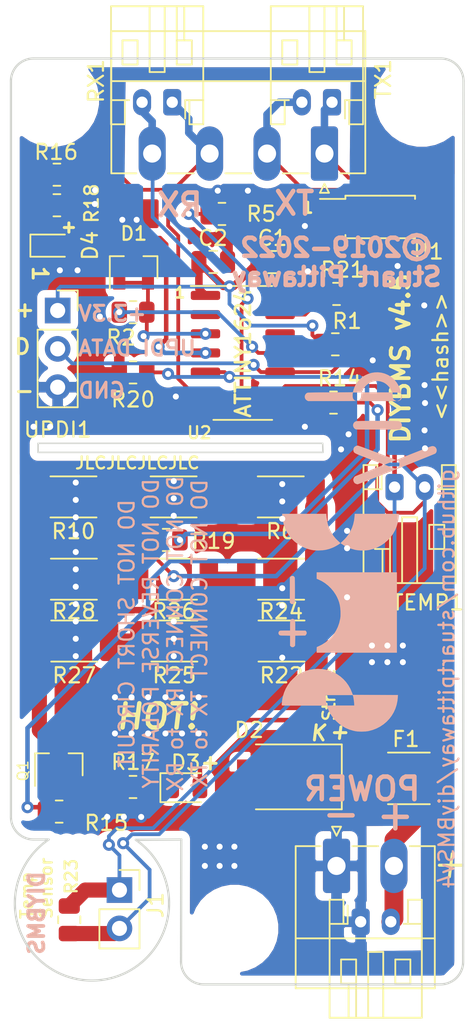
<source format=kicad_pcb>
(kicad_pcb (version 20171130) (host pcbnew "(5.1.10)-1")
  (layers (0 F.Cu signal) (31 B.Cu signal) (34 B.Paste user hide) (35 F.Paste user hide) (36 B.SilkS user hide) (37 F.SilkS user) (38 B.Mask user hide) (39 F.Mask user hide) (44 Edge.Cuts user))
  (net 0 "")
  (net 1 GND)
  (net 2 VCC)
  (net 3 RXD0)
  (net 4 ENABLE)
  (net 5 "Net-(R5-Pad1)")
  (net 6 TXD0)
  (net 7 "Net-(R6-Pad2)")
  (net 8 "Net-(Q1-Pad3)")
  (net 9 "Net-(D3-Pad1)")
  (net 10 "Net-(D4-Pad1)")
  (net 11 DUMP_LOAD_ENABLE)
  (net 12 "Net-(R22-Pad2)")
  (net 13 "Net-(R24-Pad2)")
  (net 14 "Net-(F1-Pad2)")
  (net 15 "Net-(Q1-Pad1)")
  (net 16 VREF)
  (net 17 "Net-(R10-Pad1)")
  (net 18 "Net-(R25-Pad2)")
  (net 19 "Net-(R26-Pad2)")
  (net 20 PA6)
  (net 21 PA3)
  (net 22 RESET)
  (net 23 PA7)
  (net 24 REF_EN)
  (net 25 "Net-(J2-Pad2)")
  (net 26 "Net-(J2-Pad1)")
  (module Mounting_Holes:MountingHole_3.2mm_M3 (layer F.Cu) (at 107.2176 100.0876)
    (fp_text reference REF** hide)
    (fp_text value H1 hide)
    (pad "" np_thru_hole circle (at 0 0) (size 0.5 0.5) (drill 0.5) (layers *.Cu *.Mask))
  )
  (module Mounting_Holes:MountingHole_3.2mm_M3 (layer F.Cu) (at 106.4176 100.0876)
    (fp_text reference REF** hide)
    (fp_text value H1 hide)
    (pad "" np_thru_hole circle (at 0 0) (size 0.5 0.5) (drill 0.5) (layers *.Cu *.Mask))
  )
  (module Mounting_Holes:MountingHole_3.2mm_M3 (layer F.Cu) (at 105.6176 100.0876)
    (fp_text reference REF** hide)
    (fp_text value H1 hide)
    (pad "" np_thru_hole circle (at 0 0) (size 0.5 0.5) (drill 0.5) (layers *.Cu *.Mask))
  )
  (module Mounting_Holes:MountingHole_3.2mm_M3 (layer F.Cu) (at 104.8176 100.0876)
    (fp_text reference REF** hide)
    (fp_text value H1 hide)
    (pad "" np_thru_hole circle (at 0 0) (size 0.5 0.5) (drill 0.5) (layers *.Cu *.Mask))
  )
  (module Connector_PinSocket_2.54mm:PinSocket_1x03_P2.54mm_Vertical (layer F.Cu) (at 105.0176 64.6876)
    (fp_text reference UPDI1 (at 0 7.9) (layer F.SilkS))
    (fp_text value UPDI)
    (pad 3 thru_hole oval (at 0 5.08) (size 1.7 1.7) (drill 1) (layers *.Cu *.Mask) (net 1 GND))
    (pad 2 thru_hole oval (at 0 2.54) (size 1.7 1.7) (drill 1) (layers *.Cu *.Mask) (net 22 RESET))
    (pad 1 thru_hole rect (at 0 0) (size 1.7 1.7) (drill 1) (layers *.Cu *.Mask) (net 2 VCC))
  )
  (module Connector_Phoenix_MC:PhoenixContact_MC_1,5_4-G-3.81_1x04_P3.81mm_Horizontal (layer F.Cu) (at 122.7176 54.2876 180)
    (fp_text reference J2 hide)
    (fp_text value Comms)
    (pad 4 thru_hole oval (at 11.43 0 180) (size 1.8 3.6) (drill 1.2) (layers *.Cu *.Mask) (net 2 VCC))
    (pad 3 thru_hole oval (at 7.62 0 180) (size 1.8 3.6) (drill 1.2) (layers *.Cu *.Mask) (net 3 RXD0))
    (pad 2 thru_hole oval (at 3.81 0 180) (size 1.8 3.6) (drill 1.2) (layers *.Cu *.Mask) (net 25 "Net-(J2-Pad2)"))
    (pad 1 thru_hole roundrect (at 0 0 180) (size 1.8 3.6) (drill 1.2) (layers *.Cu *.Mask) (roundrect_rratio 0.138889) (net 26 "Net-(J2-Pad1)"))
  )
  (module Connector_Phoenix_MC:PhoenixContact_MC_1,5_2-G-3.81_1x02_P3.81mm_Horizontal (layer F.Cu) (at 123.5176 101.4876)
    (fp_text reference POWER2 hide)
    (fp_text value Battery)
    (pad 2 thru_hole oval (at 3.81 0) (size 1.8 3.6) (drill 1.2) (layers *.Cu *.Mask) (net 14 "Net-(F1-Pad2)"))
    (pad 1 thru_hole roundrect (at 0 0) (size 1.8 3.6) (drill 1.2) (layers *.Cu *.Mask) (roundrect_rratio 0.138889) (net 1 GND))
  )
  (module LED_SMD:LED_0603_1608Metric (layer F.Cu) (at 104.6926 60.3876)
    (fp_text reference D4 (at 2.475 0 90) (layer F.SilkS))
    (fp_text value Blue)
    (pad 2 smd roundrect (at 0.7875 0) (size 0.875 0.95) (layers F.Cu F.Paste F.Mask) (net 20 PA6))
    (pad 1 smd roundrect (at -0.7875 0) (size 0.875 0.95) (layers F.Cu F.Paste F.Mask) (net 10 "Net-(D4-Pad1)"))
  )
  (module ModuleV450:diybms_logo_24x10mm (layer B.Cu) (at 124.9176 80.6876 270)
    (fp_text reference G*** hide)
    (fp_text value LOGO hide)
  )
  (module Connector_PinSocket_2.54mm:PinSocket_1x02_P2.54mm_Vertical (layer F.Cu) (at 109.1176 103.0876)
    (fp_text reference J1 (at 2.4 1 90) (layer F.SilkS))
    (fp_text value J)
    (pad 2 thru_hole oval (at 0 2.54) (size 1.7 1.7) (drill 1) (layers *.Cu *.Mask) (net 4 ENABLE))
    (pad 1 thru_hole rect (at 0 0) (size 1.7 1.7) (drill 1) (layers *.Cu *.Mask) (net 21 PA3))
  )
  (module Resistor_SMD:R_2010_5025Metric (layer F.Cu) (at 106.0926 82.4876 180)
    (fp_text reference R28 (at 0 -2.13) (layer F.SilkS))
    (fp_text value 3R)
    (pad 2 smd roundrect (at 2.3125 0 180) (size 1.225 2.65) (layers F.Cu F.Paste F.Mask) (roundrect_rratio 0.204082) (net 8 "Net-(Q1-Pad3)"))
    (pad 1 smd roundrect (at -2.3125 0 180) (size 1.225 2.65) (layers F.Cu F.Paste F.Mask) (roundrect_rratio 0.204082) (net 19 "Net-(R26-Pad2)"))
  )
  (module Resistor_SMD:R_2010_5025Metric (layer F.Cu) (at 106.1176 86.5876 180)
    (fp_text reference R27 (at 0 -2.28) (layer F.SilkS))
    (fp_text value 3R)
    (pad 2 smd roundrect (at 2.3125 0 180) (size 1.225 2.65) (layers F.Cu F.Paste F.Mask) (roundrect_rratio 0.204082) (net 8 "Net-(Q1-Pad3)"))
    (pad 1 smd roundrect (at -2.3125 0 180) (size 1.225 2.65) (layers F.Cu F.Paste F.Mask) (roundrect_rratio 0.204082) (net 18 "Net-(R25-Pad2)"))
  )
  (module Resistor_SMD:R_2010_5025Metric (layer F.Cu) (at 112.734266 82.4876 180)
    (fp_text reference R26 (at 0 -2.13) (layer F.SilkS))
    (fp_text value 3R)
    (pad 2 smd roundrect (at 2.3125 0 180) (size 1.225 2.65) (layers F.Cu F.Paste F.Mask) (roundrect_rratio 0.204082) (net 19 "Net-(R26-Pad2)"))
    (pad 1 smd roundrect (at -2.3125 0 180) (size 1.225 2.65) (layers F.Cu F.Paste F.Mask) (roundrect_rratio 0.204082) (net 13 "Net-(R24-Pad2)"))
  )
  (module Resistor_SMD:R_2010_5025Metric (layer F.Cu) (at 112.759266 86.5876 180)
    (fp_text reference R25 (at 0 -2.28) (layer F.SilkS))
    (fp_text value 3R)
    (pad 2 smd roundrect (at 2.3125 0 180) (size 1.225 2.65) (layers F.Cu F.Paste F.Mask) (roundrect_rratio 0.204082) (net 18 "Net-(R25-Pad2)"))
    (pad 1 smd roundrect (at -2.3125 0 180) (size 1.225 2.65) (layers F.Cu F.Paste F.Mask) (roundrect_rratio 0.204082) (net 12 "Net-(R22-Pad2)"))
  )
  (module Resistor_SMD:R_2010_5025Metric (layer F.Cu) (at 119.8426 82.4876 180)
    (fp_text reference R24 (at 0 -2.13) (layer F.SilkS))
    (fp_text value 3R)
    (pad 2 smd roundrect (at 2.3125 0 180) (size 1.225 2.65) (layers F.Cu F.Paste F.Mask) (roundrect_rratio 0.204082) (net 13 "Net-(R24-Pad2)"))
    (pad 1 smd roundrect (at -2.3125 0 180) (size 1.225 2.65) (layers F.Cu F.Paste F.Mask) (roundrect_rratio 0.204082) (net 2 VCC))
  )
  (module Resistor_SMD:R_2010_5025Metric (layer F.Cu) (at 119.8676 86.5876 180)
    (fp_text reference R22 (at 0 -2.28) (layer F.SilkS))
    (fp_text value 3R)
    (pad 2 smd roundrect (at 2.3125 0 180) (size 1.225 2.65) (layers F.Cu F.Paste F.Mask) (roundrect_rratio 0.204082) (net 12 "Net-(R22-Pad2)"))
    (pad 1 smd roundrect (at -2.3125 0 180) (size 1.225 2.65) (layers F.Cu F.Paste F.Mask) (roundrect_rratio 0.204082) (net 2 VCC))
  )
  (module Resistor_SMD:R_2010_5025Metric (layer F.Cu) (at 106.0676 77.0376 180)
    (fp_text reference R10 (at 0 -2.28) (layer F.SilkS))
    (fp_text value 3R)
    (pad 2 smd roundrect (at 2.3125 0 180) (size 1.225 2.65) (layers F.Cu F.Paste F.Mask) (roundrect_rratio 0.204082) (net 8 "Net-(Q1-Pad3)"))
    (pad 1 smd roundrect (at -2.3125 0 180) (size 1.225 2.65) (layers F.Cu F.Paste F.Mask) (roundrect_rratio 0.204082) (net 17 "Net-(R10-Pad1)"))
  )
  (module Resistor_SMD:R_2010_5025Metric (layer F.Cu) (at 112.709266 77.0376 180)
    (fp_text reference R8 hide)
    (fp_text value 3R)
    (pad 2 smd roundrect (at 2.3125 0 180) (size 1.225 2.65) (layers F.Cu F.Paste F.Mask) (roundrect_rratio 0.204082) (net 17 "Net-(R10-Pad1)"))
    (pad 1 smd roundrect (at -2.3125 0 180) (size 1.225 2.65) (layers F.Cu F.Paste F.Mask) (roundrect_rratio 0.204082) (net 7 "Net-(R6-Pad2)"))
  )
  (module Resistor_SMD:R_2010_5025Metric (layer F.Cu) (at 119.8176 77.0376 180)
    (fp_text reference R6 (at 0 -2.28) (layer F.SilkS))
    (fp_text value 3R)
    (pad 2 smd roundrect (at 2.3125 0 180) (size 1.225 2.65) (layers F.Cu F.Paste F.Mask) (roundrect_rratio 0.204082) (net 7 "Net-(R6-Pad2)"))
    (pad 1 smd roundrect (at -2.3125 0 180) (size 1.225 2.65) (layers F.Cu F.Paste F.Mask) (roundrect_rratio 0.204082) (net 2 VCC))
  )
  (module Package_SO:SOIC-14_3.9x8.7mm_P1.27mm (layer F.Cu) (at 117.2976 67.4976)
    (fp_text reference U2 (at -2.88 5.29 180) (layer F.SilkS) (effects (font (size 0.8 0.8))))
    (fp_text value ATTINY1624-SSU-ND)
    (pad 14 smd roundrect (at 2.475 -3.81) (size 1.95 0.6) (layers F.Cu F.Paste F.Mask) (net 1 GND))
    (pad 13 smd roundrect (at 2.475 -2.54) (size 1.95 0.6) (layers F.Cu F.Paste F.Mask) (net 21 PA3))
    (pad 12 smd roundrect (at 2.475 -1.27) (size 1.95 0.6) (layers F.Cu F.Paste F.Mask))
    (pad 11 smd roundrect (at 2.475 0) (size 1.95 0.6) (layers F.Cu F.Paste F.Mask) (net 24 REF_EN))
    (pad 10 smd roundrect (at 2.475 1.27) (size 1.95 0.6) (layers F.Cu F.Paste F.Mask) (net 22 RESET))
    (pad 9 smd roundrect (at 2.475 2.54) (size 1.95 0.6) (layers F.Cu F.Paste F.Mask) (net 4 ENABLE))
    (pad 8 smd roundrect (at 2.475 3.81) (size 1.95 0.6) (layers F.Cu F.Paste F.Mask) (net 11 DUMP_LOAD_ENABLE))
    (pad 7 smd roundrect (at -2.475 3.81) (size 1.95 0.6) (layers F.Cu F.Paste F.Mask) (net 6 TXD0))
    (pad 6 smd roundrect (at -2.475 2.54) (size 1.95 0.6) (layers F.Cu F.Paste F.Mask) (net 3 RXD0))
    (pad 5 smd roundrect (at -2.475 1.27) (size 1.95 0.6) (layers F.Cu F.Paste F.Mask) (net 23 PA7))
    (pad 4 smd roundrect (at -2.475 0) (size 1.95 0.6) (layers F.Cu F.Paste F.Mask) (net 20 PA6))
    (pad 3 smd roundrect (at -2.475 -1.27) (size 1.95 0.6) (layers F.Cu F.Paste F.Mask) (net 16 VREF))
    (pad 2 smd roundrect (at -2.475 -2.54) (size 1.95 0.6) (layers F.Cu F.Paste F.Mask))
    (pad 1 smd roundrect (at -2.475 -3.81) (size 1.95 0.6) (layers F.Cu F.Paste F.Mask) (net 2 VCC))
  )
  (module Package_SO:SOP-4_4.4x2.6mm_P1.27mm (layer F.Cu) (at 126.4176 58.4876)
    (fp_text reference U1 (at 3.2 2.3) (layer F.SilkS))
    (fp_text value "EL3H7(B)(TA)-G")
    (pad 4 smd roundrect (at 3.1875 -0.635) (size 1.625 0.6) (layers F.Cu F.Paste F.Mask) (net 25 "Net-(J2-Pad2)"))
    (pad 3 smd roundrect (at 3.1875 0.635) (size 1.625 0.6) (layers F.Cu F.Paste F.Mask) (net 26 "Net-(J2-Pad1)"))
    (pad 2 smd roundrect (at -3.1875 0.635) (size 1.625 0.6) (layers F.Cu F.Paste F.Mask) (net 1 GND))
    (pad 1 smd roundrect (at -3.1875 -0.635) (size 1.625 0.6) (layers F.Cu F.Paste F.Mask) (net 5 "Net-(R5-Pad1)"))
  )
  (module Connector_JST:JST_PH_S2B-PH-K_1x02_P2.00mm_Horizontal (layer F.Cu) (at 123.2176 50.8876 180)
    (fp_text reference TX1 (at -3.4 1.519047 90) (layer F.SilkS))
    (fp_text value "TX Connector")
    (pad 2 thru_hole oval (at 2 0 180) (size 1.2 1.75) (drill 0.75) (layers *.Cu *.Mask) (net 25 "Net-(J2-Pad2)"))
    (pad 1 thru_hole roundrect (at 0 0 180) (size 1.2 1.75) (drill 0.75) (layers *.Cu *.Mask) (roundrect_rratio 0.208333) (net 26 "Net-(J2-Pad1)"))
  )
  (module Connector_JST:JST_PH_S2B-PH-K_1x02_P2.00mm_Horizontal (layer F.Cu) (at 112.6176 50.8876 180)
    (fp_text reference RX1 (at 5.05 1.4 90) (layer F.SilkS))
    (fp_text value "RX Connector")
    (pad 2 thru_hole oval (at 2 0 180) (size 1.2 1.75) (drill 0.75) (layers *.Cu *.Mask) (net 2 VCC))
    (pad 1 thru_hole roundrect (at 0 0 180) (size 1.2 1.75) (drill 0.75) (layers *.Cu *.Mask) (roundrect_rratio 0.208333) (net 3 RXD0))
  )
  (module Resistor_SMD:R_0805_2012Metric (layer F.Cu) (at 123.4376 66.9276)
    (fp_text reference R1 (at 0.78 -1.54) (layer F.SilkS))
    (fp_text value 100K)
    (pad 2 smd roundrect (at 0.9125 0) (size 1.025 1.4) (layers F.Cu F.Paste F.Mask) (roundrect_rratio 0.243902) (net 22 RESET))
    (pad 1 smd roundrect (at -0.9125 0) (size 1.025 1.4) (layers F.Cu F.Paste F.Mask) (roundrect_rratio 0.243902) (net 2 VCC))
  )
  (module Diode_SMD:D_SMB (layer F.Cu) (at 120.3176 95.5876 180)
    (fp_text reference D2 (at 2.6 3.1) (layer F.SilkS))
    (fp_text value SMBJ5.0A)
    (pad 2 smd rect (at 2.15 0 180) (size 2.5 2.3) (layers F.Cu F.Paste F.Mask) (net 1 GND))
    (pad 1 smd rect (at -2.15 0 180) (size 2.5 2.3) (layers F.Cu F.Paste F.Mask) (net 2 VCC))
  )
  (module Resistor_SMD:R_0805_2012Metric (layer F.Cu) (at 105.7876 105.0576 90)
    (fp_text reference R23 (at 2.87 0.13 270) (layer F.SilkS) (effects (font (size 0.8 0.8))))
    (fp_text value CMFB103F3950FANT)
    (pad 2 smd roundrect (at 0.9125 0 90) (size 1.025 1.4) (layers F.Cu F.Paste F.Mask) (roundrect_rratio 0.243902) (net 21 PA3))
    (pad 1 smd roundrect (at -0.9125 0 90) (size 1.025 1.4) (layers F.Cu F.Paste F.Mask) (roundrect_rratio 0.243902) (net 4 ENABLE))
  )
  (module Resistor_SMD:R_0805_2012Metric (layer F.Cu) (at 123.5176 63.5876)
    (fp_text reference R21 (at 0.4 -1.6) (layer F.SilkS))
    (fp_text value 10KOHMS)
    (pad 2 smd roundrect (at 0.9125 0) (size 1.025 1.4) (layers F.Cu F.Paste F.Mask) (roundrect_rratio 0.243902) (net 1 GND))
    (pad 1 smd roundrect (at -0.9125 0) (size 1.025 1.4) (layers F.Cu F.Paste F.Mask) (roundrect_rratio 0.243902) (net 21 PA3))
  )
  (module Resistor_SMD:R_0805_2012Metric (layer F.Cu) (at 110.0176 68.7876 180)
    (fp_text reference R20 (at 0 -1.8 180) (layer F.SilkS))
    (fp_text value 10KOHMS)
    (pad 2 smd roundrect (at 0.9125 0 180) (size 1.025 1.4) (layers F.Cu F.Paste F.Mask) (roundrect_rratio 0.243902) (net 1 GND))
    (pad 1 smd roundrect (at -0.9125 0 180) (size 1.025 1.4) (layers F.Cu F.Paste F.Mask) (roundrect_rratio 0.243902) (net 23 PA7))
  )
  (module Resistor_SMD:R_0805_2012Metric (layer F.Cu) (at 112.2176 79.8876)
    (fp_text reference R19 (at 3.15 0.075) (layer F.SilkS))
    (fp_text value CMFB103F3950FANT)
    (pad 2 smd roundrect (at 0.9125 0) (size 1.025 1.4) (layers F.Cu F.Paste F.Mask) (roundrect_rratio 0.243902) (net 23 PA7))
    (pad 1 smd roundrect (at -0.9125 0) (size 1.025 1.4) (layers F.Cu F.Paste F.Mask) (roundrect_rratio 0.243902) (net 4 ENABLE))
  )
  (module Resistor_SMD:R_0805_2012Metric (layer F.Cu) (at 104.9676 57.7126)
    (fp_text reference R18 (at 2.3 -0.125 90) (layer F.SilkS) (effects (font (size 0.9 0.9))))
    (fp_text value 2K2)
    (pad 2 smd roundrect (at 0.9125 0) (size 1.025 1.4) (layers F.Cu F.Paste F.Mask) (roundrect_rratio 0.243902) (net 10 "Net-(D4-Pad1)"))
    (pad 1 smd roundrect (at -0.9125 0) (size 1.025 1.4) (layers F.Cu F.Paste F.Mask) (roundrect_rratio 0.243902) (net 1 GND))
  )
  (module Resistor_SMD:R_0805_2012Metric (layer F.Cu) (at 110.0176 96.2576)
    (fp_text reference R17 (at 0 -1.65) (layer F.SilkS))
    (fp_text value 2K2)
    (pad 2 smd roundrect (at 0.9125 0) (size 1.025 1.4) (layers F.Cu F.Paste F.Mask) (roundrect_rratio 0.243902) (net 9 "Net-(D3-Pad1)"))
    (pad 1 smd roundrect (at -0.9125 0) (size 1.025 1.4) (layers F.Cu F.Paste F.Mask) (roundrect_rratio 0.243902) (net 8 "Net-(Q1-Pad3)"))
  )
  (module Resistor_SMD:R_0805_2012Metric (layer F.Cu) (at 104.9676 55.6876)
    (fp_text reference R16 (at -0.05 -1.5 180) (layer F.SilkS))
    (fp_text value 2K2)
    (pad 2 smd roundrect (at 0.9125 0) (size 1.025 1.4) (layers F.Cu F.Paste F.Mask) (roundrect_rratio 0.243902) (net 3 RXD0))
    (pad 1 smd roundrect (at -0.9125 0) (size 1.025 1.4) (layers F.Cu F.Paste F.Mask) (roundrect_rratio 0.243902) (net 1 GND))
  )
  (module Resistor_SMD:R_0805_2012Metric (layer F.Cu) (at 105.1176 97.8876)
    (fp_text reference R15 (at 3.13 0.76) (layer F.SilkS))
    (fp_text value 10KOHMS)
    (pad 2 smd roundrect (at 0.9125 0) (size 1.025 1.4) (layers F.Cu F.Paste F.Mask) (roundrect_rratio 0.243902) (net 1 GND))
    (pad 1 smd roundrect (at -0.9125 0) (size 1.025 1.4) (layers F.Cu F.Paste F.Mask) (roundrect_rratio 0.243902) (net 15 "Net-(Q1-Pad1)"))
  )
  (module Resistor_SMD:R_0805_2012Metric (layer F.Cu) (at 123.3176 70.7876 180)
    (fp_text reference R14 (at -0.4 1.6) (layer F.SilkS))
    (fp_text value 510OHMS)
    (pad 2 smd roundrect (at 0.9125 0 180) (size 1.025 1.4) (layers F.Cu F.Paste F.Mask) (roundrect_rratio 0.243902) (net 11 DUMP_LOAD_ENABLE))
    (pad 1 smd roundrect (at -0.9125 0 180) (size 1.025 1.4) (layers F.Cu F.Paste F.Mask) (roundrect_rratio 0.243902) (net 15 "Net-(Q1-Pad1)"))
  )
  (module Resistor_SMD:R_0805_2012Metric (layer F.Cu) (at 115.9176 58.2876 180)
    (fp_text reference R5 (at -2.6 0) (layer F.SilkS))
    (fp_text value 180R)
    (pad 2 smd roundrect (at 0.9125 0 180) (size 1.025 1.4) (layers F.Cu F.Paste F.Mask) (roundrect_rratio 0.243902) (net 6 TXD0))
    (pad 1 smd roundrect (at -0.9125 0 180) (size 1.025 1.4) (layers F.Cu F.Paste F.Mask) (roundrect_rratio 0.243902) (net 5 "Net-(R5-Pad1)"))
  )
  (module Resistor_SMD:R_0805_2012Metric (layer F.Cu) (at 110.0176 64.7976)
    (fp_text reference R2 (at -0.8 1.69) (layer F.SilkS))
    (fp_text value 1KOHMS)
    (pad 2 smd roundrect (at 0.9125 0) (size 1.025 1.4) (layers F.Cu F.Paste F.Mask) (roundrect_rratio 0.243902) (net 16 VREF))
    (pad 1 smd roundrect (at -0.9125 0) (size 1.025 1.4) (layers F.Cu F.Paste F.Mask) (roundrect_rratio 0.243902) (net 24 REF_EN))
  )
  (module Connector_JST:JST_PH_S2B-PH-K_1x02_P2.00mm_Horizontal (layer F.Cu) (at 125.1176 105.1876)
    (fp_text reference POWER1 hide)
    (fp_text value Battery)
    (pad 2 thru_hole oval (at 2 0) (size 1.2 1.75) (drill 0.75) (layers *.Cu *.Mask) (net 14 "Net-(F1-Pad2)"))
    (pad 1 thru_hole roundrect (at 0 0) (size 1.2 1.75) (drill 0.75) (layers *.Cu *.Mask) (roundrect_rratio 0.208333) (net 1 GND))
  )
  (module Fuse:Fuse_1812_4532Metric (layer F.Cu) (at 128.3176 95.6876)
    (fp_text reference F1 (at -0.2 -2.6) (layer F.SilkS))
    (fp_text value mSMD150)
    (pad 2 smd roundrect (at 2.1375 0) (size 1.125 3.4) (layers F.Cu F.Paste F.Mask) (roundrect_rratio 0.222222) (net 14 "Net-(F1-Pad2)"))
    (pad 1 smd roundrect (at -2.1375 0) (size 1.125 3.4) (layers F.Cu F.Paste F.Mask) (roundrect_rratio 0.222222) (net 2 VCC))
  )
  (module Connector_JST:JST_PH_S2B-PH-K_1x02_P2.00mm_Horizontal (layer F.Cu) (at 127.3676 76.3876)
    (fp_text reference EXTTEMP1 (at 0.9 7.65) (layer F.SilkS))
    (fp_text value "Ext Temp Sensor")
    (pad 2 thru_hole oval (at 2 0) (size 1.2 1.75) (drill 0.75) (layers *.Cu *.Mask) (net 4 ENABLE))
    (pad 1 thru_hole roundrect (at 0 0) (size 1.2 1.75) (drill 0.75) (layers *.Cu *.Mask) (roundrect_rratio 0.208333) (net 21 PA3))
  )
  (module LED_SMD:LED_0805_2012Metric (layer F.Cu) (at 113.5176 96.3026)
    (fp_text reference D3 (at 0 -1.65) (layer F.SilkS))
    (fp_text value Red)
    (pad 2 smd roundrect (at 0.9375 0) (size 0.975 1.4) (layers F.Cu F.Paste F.Mask) (net 2 VCC))
    (pad 1 smd roundrect (at -0.9375 0) (size 0.975 1.4) (layers F.Cu F.Paste F.Mask) (net 9 "Net-(D3-Pad1)"))
  )
  (module Package_TO_SOT_SMD:SOT-23 (layer F.Cu) (at 110.0576 61.8476 90)
    (fp_text reference D1 (at 2.26 0.01 180) (layer F.SilkS) (effects (font (size 0.9 0.9))))
    (fp_text value AZ432ANTR-E1)
    (pad 3 smd rect (at 1 0 90) (size 0.9 0.8) (layers F.Cu F.Paste F.Mask) (net 1 GND))
    (pad 2 smd rect (at -1 0.95 90) (size 0.9 0.8) (layers F.Cu F.Paste F.Mask) (net 16 VREF))
    (pad 1 smd rect (at -1 -0.95 90) (size 0.9 0.8) (layers F.Cu F.Paste F.Mask) (net 16 VREF))
  )
  (module Capacitor_SMD:C_0805_2012Metric (layer F.Cu) (at 115.3376 61.4676)
    (fp_text reference C2 (at -0.02 -1.58) (layer F.SilkS))
    (fp_text value 10uF)
    (pad 2 smd roundrect (at 0.95 0) (size 1 1.45) (layers F.Cu F.Paste F.Mask) (net 1 GND))
    (pad 1 smd roundrect (at -0.95 0) (size 1 1.45) (layers F.Cu F.Paste F.Mask) (net 2 VCC))
  )
  (module Capacitor_SMD:C_0805_2012Metric (layer F.Cu) (at 119.2576 61.4776)
    (fp_text reference C1 (at 0.01 -1.59) (layer F.SilkS))
    (fp_text value 100nF)
    (pad 2 smd roundrect (at 0.95 0) (size 1 1.45) (layers F.Cu F.Paste F.Mask) (net 1 GND))
    (pad 1 smd roundrect (at -0.95 0) (size 1 1.45) (layers F.Cu F.Paste F.Mask) (net 2 VCC))
  )
  (module Mounting_Holes:MountingHole_3.2mm_M3 (layer F.Cu) (at 116.7576 105.6376)
    (fp_text reference REF** hide)
    (fp_text value MountingHole_3.2mm_M3 hide)
    (pad 1 np_thru_hole circle (at 0 0) (size 3.2 3.2) (drill 3.2) (layers *.Cu *.Mask))
  )
  (module Mounting_Holes:MountingHole_3.2mm_M3 (layer F.Cu) (at 129.1676 50.7376)
    (fp_text reference REF** hide)
    (fp_text value MountingHole_3.2mm_M3 hide)
    (pad 1 np_thru_hole circle (at 0 0) (size 3.2 3.2) (drill 3.2) (layers *.Cu *.Mask))
  )
  (module Mounting_Holes:MountingHole_3.2mm_M3 (layer F.Cu) (at 104.6676 50.7376)
    (fp_text reference REF** hide)
    (fp_text value MountingHole_3.2mm_M3 hide)
    (pad 1 np_thru_hole circle (at 0 0) (size 3.2 3.2) (drill 3.2) (layers *.Cu *.Mask))
  )
  (module TO_SOT_Packages_SMD:SOT-23 (layer F.Cu) (at 105.0926 94.7876 90)
    (fp_text reference Q1 (at -0.4 -2.375 270) (layer F.SilkS) (effects (font (size 0.7 0.7) (thickness 0.1))))
    (fp_text value AO3400A)
    (pad 1 smd rect (at -1 -0.95 90) (size 0.9 0.8) (layers F.Cu F.Paste F.Mask) (net 15 "Net-(Q1-Pad1)"))
    (pad 2 smd rect (at -1 0.95 90) (size 0.9 0.8) (layers F.Cu F.Paste F.Mask) (net 1 GND))
    (pad 3 smd rect (at 1 0 90) (size 0.9 0.8) (layers F.Cu F.Paste F.Mask) (net 8 "Net-(Q1-Pad3)"))
  )
  (gr_arc (start 107.293507 103.968126) (end 104.4176 99.7376) (angle -291.1403761) (layer Edge.Cuts) (width 0.15))
  (gr_text + (at 131.0176 101.2876) (layer F.SilkS) (effects (font (size 2 2) (thickness 0.2) italic)))
  (gr_text D (at 102.6876 67.0876) (layer F.SilkS) (effects (font (size 1 1) (thickness 0.2))))
  (gr_text - (at 102.806647 69.9876) (layer F.SilkS) (effects (font (size 1 1) (thickness 0.2))))
  (gr_text + (at 102.9176 64.6876 270) (layer F.SilkS) (effects (font (size 1 1) (thickness 0.2))))
  (gr_text + (at 123.7176 92.5876) (layer F.SilkS) (effects (font (size 1 1) (thickness 0.2) italic)))
  (gr_text "UPDI DATA" (at 114.303315 67.1876) (layer B.SilkS) (effects (font (size 1 1) (thickness 0.2)) (justify left mirror)))
  (gr_text Stripe (at 123.0176 91.9876 90) (layer F.SilkS) (effects (font (size 0.8 0.8)) (justify left)))
  (gr_text <<hash>> (at 130.4176 67.7376 90) (layer F.SilkS) (effects (font (size 1 1))))
  (gr_text K (at 122.3176 92.6876) (layer F.SilkS) (effects (font (size 1 1) (thickness 0.2) italic)))
  (gr_line (start 103.4176 99.7376) (end 104.4176 99.7376) (layer Edge.Cuts) (width 0.15))
  (gr_arc (start 103.4176 98.2376) (end 101.9176 98.2376) (angle -90) (layer Edge.Cuts) (width 0.15))
  (gr_line (start 113.2176 99.7376) (end 113.2026 107.8376) (layer Edge.Cuts) (width 0.15))
  (gr_line (start 110.202109 99.760012) (end 113.2176 99.7376) (layer Edge.Cuts) (width 0.15))
  (gr_arc (start 114.7026 107.8376) (end 113.2026 107.8376) (angle -90) (layer Edge.Cuts) (width 0.15))
  (gr_text - (at 123.8176 97.9876) (layer B.SilkS) (effects (font (size 2 2) (thickness 0.3)) (justify mirror)))
  (gr_text GND (at 109.589029 69.9876) (layer B.SilkS) (effects (font (size 1 1) (thickness 0.2)) (justify left mirror)))
  (gr_text +3.3V (at 111.0176 64.8876) (layer B.SilkS) (effects (font (size 1 1) (thickness 0.2)) (justify left mirror)))
  (gr_text ATTINY1624 (at 117.3176 67.4876 90) (layer F.SilkS) (effects (font (size 1 1) (thickness 0.175))))
  (gr_text JLCJLCJLCJLC (at 114.5176 74.7876) (layer F.SilkS) (effects (font (size 0.8 0.8)) (justify right)))
  (gr_text + (at 115.2176 94.6876 270) (layer F.SilkS) (effects (font (size 1 1) (thickness 0.2))))
  (gr_text + (at 105.8176 59.1876 -90) (layer F.SilkS) (effects (font (size 0.8 0.8) (thickness 0.2))))
  (gr_line (start 101.9176 98.2376) (end 101.9176 49.4876) (layer Edge.Cuts) (width 0.15))
  (gr_text DIYBMS (at 103.6176 107.4876 90) (layer B.SilkS) (effects (font (size 1 1) (thickness 0.25)) (justify right mirror)))
  (gr_text "Temp\nSensor" (at 103.6176 105.0876 90) (layer F.SilkS) (effects (font (size 0.8 0.8)) (justify left)))
  (gr_text 1 (at 113.1276 63.5076) (layer F.SilkS) (effects (font (size 0.7 0.7) (thickness 0.175))))
  (gr_line (start 122.5976 73.4876) (end 122.6176 74.0876) (layer Edge.Cuts) (width 0.1))
  (gr_line (start 122.6176 74.0876) (end 116.8176 74.0876) (layer Edge.Cuts) (width 0.1))
  (gr_line (start 103.7176 73.4876) (end 122.5976 73.4876) (layer Edge.Cuts) (width 0.1))
  (gr_line (start 103.7176 74.0876) (end 103.7176 73.4876) (layer Edge.Cuts) (width 0.1))
  (gr_line (start 116.8176 74.0876) (end 103.7176 74.0876) (layer Edge.Cuts) (width 0.1))
  (gr_text + (at 127.4176 98.0876) (layer B.SilkS) (effects (font (size 2 2) (thickness 0.3)) (justify mirror)))
  (gr_arc (start 130.4176 107.8376) (end 130.4176 109.3376) (angle -90) (layer Edge.Cuts) (width 0.15))
  (gr_arc (start 103.4176 49.4876) (end 103.4176 47.9876) (angle -90) (layer Edge.Cuts) (width 0.15))
  (gr_arc (start 130.4426 49.4876) (end 131.9426 49.4876) (angle -90) (layer Edge.Cuts) (width 0.15))
  (gr_line (start 130.4176 109.3376) (end 114.7026 109.3376) (layer Edge.Cuts) (width 0.15))
  (gr_line (start 131.9426 49.4876) (end 131.9176 107.8376) (layer Edge.Cuts) (width 0.15))
  (gr_line (start 103.4176 47.9876) (end 130.4426 47.9876) (layer Edge.Cuts) (width 0.15))
  (gr_text 1 (at 121.6176 57.8876) (layer F.SilkS) (effects (font (size 0.7 0.7) (thickness 0.175))))
  (gr_text TX (at 120.7176 57.5876) (layer B.SilkS) (effects (font (size 1.5 1.5) (thickness 0.3)) (justify mirror)))
  (gr_text RX (at 113.1176 57.6876) (layer B.SilkS) (effects (font (size 1.5 1.5) (thickness 0.3)) (justify mirror)))
  (gr_text HOT! (at 111.6176 91.5876) (layer F.SilkS) (effects (font (size 1.6 1.6) (thickness 0.3) italic)))
  (gr_text "DO NOT SHORT CIRCUIT\nDO NOT REVERSE POLARITY\nDO NOT CONNECT RX to RX\nDO NOT CONNECT TX to TX" (at 112.0176 86.0876 90) (layer B.SilkS) (effects (font (size 1 1)) (justify mirror)))
  (gr_text 1 (at 103.8476 62.2476 -90) (layer F.SilkS) (effects (font (size 1 1) (thickness 0.2))))
  (gr_text POWER (at 125.2176 96.3876) (layer B.SilkS) (effects (font (size 1.5 1.5) (thickness 0.3)) (justify mirror)))
  (gr_text github.com/stuartpittaway/diyBMSv4 (at 130.8176 89.0876 90) (layer B.SilkS) (effects (font (size 1 1)) (justify mirror)))
  (gr_text "©2019-2022\nStuart Pittaway" (at 123.5176 61.4876) (layer B.SilkS) (effects (font (size 1.2 1.2) (thickness 0.3)) (justify mirror)))
  (gr_text "DIYBMS v4.5" (at 127.7676 62.0876 90) (layer F.SilkS) (effects (font (size 1.2 1.2) (thickness 0.25)) (justify right)))
  (via (at 107.4926 56.7126) (size 0.8) (drill 0.4) (layers F.Cu B.Cu) (net 1))
  (via (at 116.7426 101.4876) (size 0.8) (drill 0.4) (layers F.Cu B.Cu) (net 1))
  (via (at 115.7626 101.4876) (size 0.8) (drill 0.4) (layers F.Cu B.Cu) (net 1))
  (via (at 123.8176 73.8876) (size 0.8) (drill 0.4) (layers F.Cu B.Cu) (net 1))
  (via (at 129.3576 72.6276) (size 0.8) (drill 0.4) (layers F.Cu B.Cu) (net 1))
  (via (at 126.8926 87.9876) (size 0.8) (drill 0.4) (layers F.Cu B.Cu) (net 1))
  (via (at 125.8676 87.9876) (size 0.8) (drill 0.4) (layers F.Cu B.Cu) (net 1))
  (via (at 127.9176 87.9876) (size 0.8) (drill 0.4) (layers F.Cu B.Cu) (net 1))
  (segment (start 106.0301 95.8001) (end 106.0426 95.7876) (width 0.6) (layer F.Cu) (net 1))
  (segment (start 106.0301 97.8876) (end 106.0301 95.8001) (width 0.6) (layer F.Cu) (net 1))
  (via (at 108.8176 92.7126) (size 0.8) (drill 0.4) (layers F.Cu B.Cu) (net 1))
  (via (at 109.9176 92.7126) (size 0.8) (drill 0.4) (layers F.Cu B.Cu) (net 1))
  (via (at 111.0176 92.7126) (size 0.8) (drill 0.4) (layers F.Cu B.Cu) (net 1))
  (via (at 114.3676 92.7126) (size 0.8) (drill 0.4) (layers F.Cu B.Cu) (net 1))
  (via (at 112.1676 92.7126) (size 0.8) (drill 0.4) (layers F.Cu B.Cu) (net 1))
  (via (at 113.2676 92.7126) (size 0.8) (drill 0.4) (layers F.Cu B.Cu) (net 1))
  (via (at 114.7826 101.4876) (size 0.8) (drill 0.4) (layers F.Cu B.Cu) (net 1))
  (via (at 115.7626 100.2126) (size 0.8) (drill 0.4) (layers F.Cu B.Cu) (net 1))
  (via (at 116.7426 100.2126) (size 0.8) (drill 0.4) (layers F.Cu B.Cu) (net 1))
  (via (at 114.7826 100.2126) (size 0.8) (drill 0.4) (layers F.Cu B.Cu) (net 1))
  (via (at 107.4876 57.6276) (size 0.8) (drill 0.4) (layers F.Cu B.Cu) (net 1))
  (via (at 105.1626 62.0226) (size 0.8) (drill 0.4) (layers F.Cu B.Cu) (net 1))
  (via (at 129.3876 73.8176) (size 0.8) (drill 0.4) (layers F.Cu B.Cu) (net 1))
  (via (at 112.8576 70.3876) (size 0.8) (drill 0.4) (layers F.Cu B.Cu) (net 1))
  (via (at 124.3176 72.8876) (size 0.8) (drill 0.4) (layers F.Cu B.Cu) (net 1))
  (via (at 125.9176 67.9876) (size 0.8) (drill 0.4) (layers F.Cu B.Cu) (net 1))
  (via (at 121.4176 72.3876) (size 0.8) (drill 0.4) (layers F.Cu B.Cu) (net 1))
  (via (at 103.4176 72.3876) (size 0.8) (drill 0.4) (layers F.Cu B.Cu) (net 1))
  (via (at 104.5176 72.3876) (size 0.8) (drill 0.4) (layers F.Cu B.Cu) (net 1))
  (via (at 110.2576 58.6776) (size 0.8) (drill 0.4) (layers F.Cu B.Cu) (net 1))
  (via (at 109.3076 58.6776) (size 0.8) (drill 0.4) (layers F.Cu B.Cu) (net 1))
  (via (at 106.3376 62.0226) (size 0.8) (drill 0.4) (layers F.Cu B.Cu) (net 1))
  (via (at 115.6376 56.7476) (size 0.8) (drill 0.4) (layers F.Cu B.Cu) (net 1))
  (via (at 117.6376 56.7476) (size 0.8) (drill 0.4) (layers F.Cu B.Cu) (net 1))
  (via (at 127.5676 61.7376) (size 0.8) (drill 0.4) (layers F.Cu B.Cu) (net 1))
  (via (at 129.3376 64.3476) (size 0.8) (drill 0.4) (layers F.Cu B.Cu) (net 1))
  (via (at 108.3076 98.2426) (size 0.8) (drill 0.4) (layers F.Cu B.Cu) (net 1))
  (via (at 109.4076 98.2426) (size 0.8) (drill 0.4) (layers F.Cu B.Cu) (net 1))
  (via (at 110.5576 98.2426) (size 0.8) (drill 0.4) (layers F.Cu B.Cu) (net 1))
  (via (at 106.2176 76.0876) (size 0.8) (drill 0.4) (layers F.Cu B.Cu) (net 1))
  (via (at 106.2176 77.2376) (size 0.8) (drill 0.4) (layers F.Cu B.Cu) (net 1))
  (via (at 106.2176 78.3876) (size 0.8) (drill 0.4) (layers F.Cu B.Cu) (net 1))
  (via (at 106.2176 79.5376) (size 0.8) (drill 0.4) (layers F.Cu B.Cu) (net 1))
  (via (at 106.2176 80.6876) (size 0.8) (drill 0.4) (layers F.Cu B.Cu) (net 1))
  (via (at 106.2176 81.8376) (size 0.8) (drill 0.4) (layers F.Cu B.Cu) (net 1))
  (via (at 106.2176 82.9876) (size 0.8) (drill 0.4) (layers F.Cu B.Cu) (net 1))
  (via (at 106.2176 84.1376) (size 0.8) (drill 0.4) (layers F.Cu B.Cu) (net 1))
  (via (at 106.2176 85.2876) (size 0.8) (drill 0.4) (layers F.Cu B.Cu) (net 1))
  (via (at 106.2176 86.4376) (size 0.8) (drill 0.4) (layers F.Cu B.Cu) (net 1))
  (via (at 106.2176 87.5876) (size 0.8) (drill 0.4) (layers F.Cu B.Cu) (net 1))
  (via (at 119.9176 78.4876) (size 0.8) (drill 0.4) (layers F.Cu B.Cu) (net 1))
  (via (at 119.9176 76.1876) (size 0.8) (drill 0.4) (layers F.Cu B.Cu) (net 1))
  (via (at 119.9176 77.3376) (size 0.8) (drill 0.4) (layers F.Cu B.Cu) (net 1))
  (via (at 119.9176 84.2376) (size 0.8) (drill 0.4) (layers F.Cu B.Cu) (net 1))
  (via (at 119.9176 83.0876) (size 0.8) (drill 0.4) (layers F.Cu B.Cu) (net 1))
  (via (at 119.9176 87.6876) (size 0.8) (drill 0.4) (layers F.Cu B.Cu) (net 1))
  (via (at 112.7176 86.4376) (size 0.8) (drill 0.4) (layers F.Cu B.Cu) (net 1))
  (via (at 112.7176 85.2876) (size 0.8) (drill 0.4) (layers F.Cu B.Cu) (net 1))
  (via (at 112.7176 87.5876) (size 0.8) (drill 0.4) (layers F.Cu B.Cu) (net 1))
  (via (at 112.7176 75.9876) (size 0.8) (drill 0.4) (layers F.Cu B.Cu) (net 1))
  (via (at 112.7176 78.2876) (size 0.8) (drill 0.4) (layers F.Cu B.Cu) (net 1))
  (via (at 112.7176 77.1376) (size 0.8) (drill 0.4) (layers F.Cu B.Cu) (net 1))
  (via (at 124.2176 79.2876) (size 0.8) (drill 0.4) (layers F.Cu B.Cu) (net 1))
  (via (at 124.2176 80.4376) (size 0.8) (drill 0.4) (layers F.Cu B.Cu) (net 1))
  (via (at 124.2176 83.6876) (size 0.8) (drill 0.4) (layers F.Cu B.Cu) (net 1))
  (via (at 114.3676 90.3126) (size 0.8) (drill 0.4) (layers F.Cu B.Cu) (net 1))
  (via (at 113.2676 90.3126) (size 0.8) (drill 0.4) (layers F.Cu B.Cu) (net 1))
  (via (at 108.8176 90.3126) (size 0.8) (drill 0.4) (layers F.Cu B.Cu) (net 1))
  (via (at 111.0176 90.3126) (size 0.8) (drill 0.4) (layers F.Cu B.Cu) (net 1))
  (via (at 112.1676 90.3126) (size 0.8) (drill 0.4) (layers F.Cu B.Cu) (net 1))
  (via (at 109.9176 90.3126) (size 0.8) (drill 0.4) (layers F.Cu B.Cu) (net 1))
  (via (at 129.3876 70.8176) (size 0.8) (drill 0.4) (layers F.Cu B.Cu) (net 1))
  (via (at 129.3576 69.6276) (size 0.8) (drill 0.4) (layers F.Cu B.Cu) (net 1))
  (via (at 107.8176 65.0876) (size 0.8) (drill 0.4) (layers F.Cu B.Cu) (net 1))
  (via (at 121.6176 62.0876) (size 0.8) (drill 0.4) (layers F.Cu B.Cu) (net 1))
  (via (at 126.8926 86.8876) (size 0.8) (drill 0.4) (layers F.Cu B.Cu) (net 1))
  (via (at 125.8676 86.8876) (size 0.8) (drill 0.4) (layers F.Cu B.Cu) (net 1))
  (via (at 127.9176 86.8876) (size 0.8) (drill 0.4) (layers F.Cu B.Cu) (net 1))
  (via (at 121.4176 59.0876) (size 0.8) (drill 0.4) (layers F.Cu B.Cu) (net 1))
  (segment (start 122.9176 89.7751) (end 122.9301 89.7876) (width 1) (layer F.Cu) (net 2))
  (segment (start 122.9301 89.7876) (end 122.9301 91.8251) (width 1.5) (layer F.Cu) (net 2))
  (segment (start 122.1801 89.0376) (end 122.9176 89.7751) (width 1.5) (layer F.Cu) (net 2))
  (segment (start 122.1801 77.7376) (end 122.1801 89.0376) (width 1.5) (layer F.Cu) (net 2))
  (segment (start 122.9301 95.1251) (end 122.9301 91.8251) (width 1.5) (layer F.Cu) (net 2))
  (segment (start 126.0801 95.5876) (end 122.4676 95.5876) (width 1.5) (layer F.Cu) (net 2))
  (segment (start 122.4676 95.5876) (end 122.9301 95.1251) (width 1.5) (layer F.Cu) (net 2))
  (segment (start 110.6176 51.4876) (end 110.6176 50.8876) (width 0.5) (layer B.Cu) (net 2))
  (segment (start 111.2876 54.2876) (end 111.2876 52.1576) (width 0.5) (layer B.Cu) (net 2))
  (segment (start 111.2876 52.1576) (end 110.6176 51.4876) (width 0.5) (layer B.Cu) (net 2))
  (segment (start 117.2801 91.8251) (end 122.9301 91.8251) (width 0.3) (layer F.Cu) (net 2))
  (segment (start 114.4551 94.6501) (end 117.2801 91.8251) (width 0.3) (layer F.Cu) (net 2))
  (segment (start 114.4551 96.3026) (end 114.4551 94.6501) (width 0.3) (layer F.Cu) (net 2))
  (segment (start 114.0551 96.3026) (end 114.4551 96.3026) (width 0.3) (layer F.Cu) (net 2))
  (via (at 121.9176 65.6876) (size 0.8) (drill 0.4) (layers F.Cu B.Cu) (net 2))
  (segment (start 117.851917 65.6876) (end 121.9176 65.6876) (width 0.25) (layer B.Cu) (net 2))
  (segment (start 116.417602 64.253285) (end 117.851917 65.6876) (width 0.25) (layer B.Cu) (net 2))
  (segment (start 116.417602 63.6876) (end 116.417602 64.253285) (width 0.25) (layer B.Cu) (net 2))
  (segment (start 121.9176 66.3201) (end 121.9176 65.6876) (width 0.25) (layer F.Cu) (net 2))
  (segment (start 122.5251 66.9276) (end 121.9176 66.3201) (width 0.25) (layer F.Cu) (net 2))
  (segment (start 114.3876 63.2526) (end 114.8226 63.6876) (width 0.5) (layer F.Cu) (net 2))
  (segment (start 114.3876 61.4676) (end 114.3876 63.2526) (width 0.5) (layer F.Cu) (net 2))
  (segment (start 126.1801 95.6876) (end 126.1801 93.7251) (width 0.75) (layer F.Cu) (net 2))
  (segment (start 126.1801 93.7251) (end 130.8176 89.0876) (width 0.75) (layer F.Cu) (net 2))
  (segment (start 130.8176 89.0876) (end 130.8176 62.3876) (width 0.75) (layer F.Cu) (net 2))
  (segment (start 130.8176 62.3876) (end 128.78259 60.35259) (width 0.75) (layer F.Cu) (net 2))
  (segment (start 116.0076 63.0876) (end 114.3876 61.4676) (width 0.5) (layer F.Cu) (net 2))
  (segment (start 116.6976 63.0876) (end 116.4176 63.0876) (width 0.5) (layer F.Cu) (net 2))
  (segment (start 118.3076 61.4776) (end 116.6976 63.0876) (width 0.5) (layer F.Cu) (net 2))
  (segment (start 116.4176 63.0876) (end 116.0076 63.0876) (width 0.5) (layer F.Cu) (net 2))
  (via (at 116.4176 63.0876) (size 0.8) (drill 0.4) (layers F.Cu B.Cu) (net 2))
  (segment (start 116.417602 63.087602) (end 116.417602 63.6876) (width 0.25) (layer B.Cu) (net 2))
  (segment (start 115.9076 63.0876) (end 116.4176 63.0876) (width 0.25) (layer B.Cu) (net 2))
  (segment (start 111.3176 58.4976) (end 115.9076 63.0876) (width 0.25) (layer B.Cu) (net 2))
  (segment (start 111.3176 54.3176) (end 111.3176 58.4976) (width 0.25) (layer B.Cu) (net 2))
  (segment (start 116.4176 63.0876) (end 116.417602 63.087602) (width 0.25) (layer B.Cu) (net 2))
  (segment (start 111.2876 54.2876) (end 111.3176 54.3176) (width 0.25) (layer B.Cu) (net 2))
  (segment (start 119.4976 60.2876) (end 118.3076 61.4776) (width 0.5) (layer F.Cu) (net 2))
  (segment (start 128.7176 60.2876) (end 119.4976 60.2876) (width 0.5) (layer F.Cu) (net 2))
  (segment (start 128.78259 60.35259) (end 128.7176 60.2876) (width 0.5) (layer F.Cu) (net 2))
  (segment (start 116.417602 63.107589) (end 116.417602 63.6876) (width 0.25) (layer B.Cu) (net 2))
  (segment (start 105.207611 63.107589) (end 116.417602 63.107589) (width 0.25) (layer B.Cu) (net 2))
  (segment (start 105.0176 63.2976) (end 105.207611 63.107589) (width 0.25) (layer B.Cu) (net 2))
  (segment (start 105.0176 64.6876) (end 105.0176 63.2976) (width 0.25) (layer B.Cu) (net 2))
  (segment (start 112.3476 57.0376) (end 115.0976 54.2876) (width 0.25) (layer F.Cu) (net 3))
  (segment (start 112.3476 59.0676) (end 112.3476 57.0376) (width 0.25) (layer F.Cu) (net 3))
  (segment (start 113.0176 59.7376) (end 112.3476 59.0676) (width 0.25) (layer F.Cu) (net 3))
  (segment (start 113.0176 69.2076) (end 113.0176 59.7376) (width 0.25) (layer F.Cu) (net 3))
  (segment (start 113.8476 70.0376) (end 113.0176 69.2076) (width 0.25) (layer F.Cu) (net 3))
  (segment (start 114.8226 70.0376) (end 113.8476 70.0376) (width 0.25) (layer F.Cu) (net 3))
  (segment (start 105.5801 55.3251) (end 105.5801 55.6876) (width 0.3) (layer F.Cu) (net 3))
  (segment (start 112.6976 56.6876) (end 115.0976 54.2876) (width 0.25) (layer F.Cu) (net 3))
  (segment (start 110.1176 56.6876) (end 112.6976 56.6876) (width 0.25) (layer F.Cu) (net 3))
  (segment (start 109.1176 55.6876) (end 110.1176 56.6876) (width 0.25) (layer F.Cu) (net 3))
  (segment (start 105.8801 55.6876) (end 109.1176 55.6876) (width 0.25) (layer F.Cu) (net 3))
  (segment (start 113.7176 52.9076) (end 115.0976 54.2876) (width 0.5) (layer B.Cu) (net 3))
  (segment (start 112.6176 50.8876) (end 113.7176 51.9876) (width 0.5) (layer B.Cu) (net 3))
  (segment (start 113.7176 51.9876) (end 113.7176 52.9076) (width 0.5) (layer B.Cu) (net 3))
  (via (at 112.7176 82.2876) (size 0.8) (drill 0.4) (layers F.Cu B.Cu) (net 4))
  (segment (start 111.3051 80.8751) (end 112.7176 82.2876) (width 0.25) (layer F.Cu) (net 4))
  (segment (start 111.3051 79.8876) (end 111.3051 80.8751) (width 0.25) (layer F.Cu) (net 4))
  (segment (start 119.5176 82.2876) (end 112.7176 82.2876) (width 0.3) (layer B.Cu) (net 4))
  (segment (start 125.0176 76.7876) (end 119.5176 82.2876) (width 0.3) (layer B.Cu) (net 4))
  (segment (start 127.8676 74.8876) (end 129.3676 76.3876) (width 0.25) (layer B.Cu) (net 4))
  (segment (start 126.9176 74.8876) (end 127.8676 74.8876) (width 0.25) (layer B.Cu) (net 4))
  (segment (start 125.0176 76.7876) (end 126.9176 74.8876) (width 0.25) (layer B.Cu) (net 4))
  (segment (start 129.3676 77.3376) (end 129.3676 76.3876) (width 0.25) (layer F.Cu) (net 4))
  (segment (start 128.6176 78.0876) (end 129.3676 77.3376) (width 0.25) (layer F.Cu) (net 4))
  (segment (start 126.9176 78.0876) (end 128.6176 78.0876) (width 0.25) (layer F.Cu) (net 4))
  (segment (start 126.2176 77.3876) (end 126.9176 78.0876) (width 0.25) (layer F.Cu) (net 4))
  (segment (start 126.2176 75.0876) (end 126.2176 77.3876) (width 0.25) (layer F.Cu) (net 4))
  (segment (start 126.9176 70.4876) (end 126.9176 74.3876) (width 0.25) (layer F.Cu) (net 4))
  (segment (start 126.1176 69.6876) (end 126.9176 70.4876) (width 0.25) (layer F.Cu) (net 4))
  (segment (start 126.9176 74.3876) (end 126.2176 75.0876) (width 0.25) (layer F.Cu) (net 4))
  (segment (start 120.1226 69.6876) (end 126.1176 69.6876) (width 0.25) (layer F.Cu) (net 4))
  (segment (start 119.7726 70.0376) (end 120.1226 69.6876) (width 0.25) (layer F.Cu) (net 4))
  (via (at 109.361801 99.982689) (size 0.8) (drill 0.4) (layers F.Cu B.Cu) (net 4))
  (segment (start 111.751773 99.3876) (end 109.95689 99.3876) (width 0.25) (layer B.Cu) (net 4))
  (segment (start 129.3676 81.771773) (end 111.751773 99.3876) (width 0.25) (layer B.Cu) (net 4))
  (segment (start 129.3676 76.3876) (end 129.3676 81.771773) (width 0.25) (layer B.Cu) (net 4))
  (segment (start 109.95689 99.3876) (end 109.361801 99.982689) (width 0.25) (layer B.Cu) (net 4))
  (segment (start 111.1176 101.738488) (end 109.361801 99.982689) (width 0.25) (layer B.Cu) (net 4))
  (segment (start 111.1176 103.6276) (end 111.1176 101.738488) (width 0.25) (layer B.Cu) (net 4))
  (segment (start 109.1176 105.6276) (end 111.1176 103.6276) (width 0.25) (layer B.Cu) (net 4))
  (segment (start 108.7751 105.9701) (end 109.1176 105.6276) (width 1) (layer F.Cu) (net 4))
  (segment (start 105.7876 105.9701) (end 108.7751 105.9701) (width 1) (layer F.Cu) (net 4))
  (segment (start 123.2301 57.8526) (end 122.7301 57.8526) (width 0.25) (layer F.Cu) (net 5))
  (segment (start 117.2651 57.8526) (end 123.2301 57.8526) (width 0.25) (layer F.Cu) (net 5))
  (segment (start 116.8301 58.2876) (end 117.2651 57.8526) (width 0.25) (layer F.Cu) (net 5))
  (via (at 113.717592 58.2876) (size 0.8) (drill 0.4) (layers F.Cu B.Cu) (net 6))
  (segment (start 115.0051 58.2876) (end 113.717592 58.2876) (width 0.25) (layer F.Cu) (net 6))
  (segment (start 117.217601 64.287599) (end 117.6176 63.8876) (width 0.25) (layer F.Cu) (net 6))
  (segment (start 117.217601 71.086603) (end 117.217601 64.287599) (width 0.25) (layer F.Cu) (net 6))
  (segment (start 116.996604 71.3076) (end 117.217601 71.086603) (width 0.25) (layer F.Cu) (net 6))
  (segment (start 117.6176 62.187608) (end 117.6176 63.8876) (width 0.25) (layer B.Cu) (net 6))
  (segment (start 113.717592 58.2876) (end 117.6176 62.187608) (width 0.25) (layer B.Cu) (net 6))
  (via (at 117.6176 63.8876) (size 0.8) (drill 0.4) (layers F.Cu B.Cu) (net 6))
  (segment (start 114.8226 71.3076) (end 116.996604 71.3076) (width 0.25) (layer F.Cu) (net 6))
  (segment (start 115.021766 77.0376) (end 117.5051 77.0376) (width 1) (layer F.Cu) (net 7))
  (segment (start 103.8051 92.5001) (end 103.8051 86.6876) (width 1) (layer F.Cu) (net 8))
  (segment (start 105.0926 93.7876) (end 103.8051 92.5001) (width 1) (layer F.Cu) (net 8))
  (segment (start 103.8051 82.5126) (end 103.7801 82.4876) (width 1) (layer F.Cu) (net 8))
  (segment (start 103.8051 86.5876) (end 103.8051 82.5126) (width 1) (layer F.Cu) (net 8))
  (segment (start 103.7801 77.0626) (end 103.7551 77.0376) (width 1) (layer F.Cu) (net 8))
  (segment (start 103.7801 82.4876) (end 103.7801 77.0626) (width 1) (layer F.Cu) (net 8))
  (segment (start 106.2676 93.7876) (end 105.0926 93.7876) (width 0.3) (layer F.Cu) (net 8))
  (segment (start 108.7376 96.2576) (end 106.2676 93.7876) (width 0.3) (layer F.Cu) (net 8))
  (segment (start 109.1051 96.2576) (end 108.7376 96.2576) (width 0.3) (layer F.Cu) (net 8))
  (segment (start 112.5801 96.3026) (end 112.1801 96.3026) (width 0.5) (layer F.Cu) (net 9))
  (segment (start 112.5351 96.2576) (end 112.5801 96.3026) (width 0.5) (layer F.Cu) (net 9))
  (segment (start 110.9301 96.2576) (end 112.5351 96.2576) (width 0.3) (layer F.Cu) (net 9))
  (segment (start 103.7551 60.2376) (end 103.9051 60.3876) (width 0.3) (layer F.Cu) (net 10))
  (segment (start 105.5801 58.1251) (end 105.5801 57.7126) (width 0.25) (layer F.Cu) (net 10))
  (segment (start 103.9051 59.8001) (end 105.5801 58.1251) (width 0.25) (layer F.Cu) (net 10))
  (segment (start 103.9051 60.3876) (end 103.9051 59.8001) (width 0.25) (layer F.Cu) (net 10))
  (segment (start 122.4051 70.7876) (end 122.4051 71.0876) (width 0.25) (layer F.Cu) (net 11))
  (segment (start 121.8851 71.3076) (end 122.4051 70.7876) (width 0.25) (layer F.Cu) (net 11))
  (segment (start 119.7726 71.3076) (end 121.8851 71.3076) (width 0.25) (layer F.Cu) (net 11))
  (segment (start 115.071766 86.5876) (end 117.5551 86.5876) (width 1) (layer F.Cu) (net 12))
  (segment (start 115.046766 82.4876) (end 117.5301 82.4876) (width 1) (layer F.Cu) (net 13))
  (segment (start 130.4551 96.6501) (end 130.4551 95.6876) (width 1.25) (layer F.Cu) (net 14))
  (segment (start 127.3276 99.7776) (end 130.4551 96.6501) (width 1.25) (layer F.Cu) (net 14))
  (segment (start 127.3276 101.4876) (end 127.3276 99.7776) (width 1.25) (layer F.Cu) (net 14))
  (segment (start 127.3276 104.9776) (end 127.1176 105.1876) (width 1.25) (layer F.Cu) (net 14))
  (segment (start 127.3276 101.4876) (end 127.3276 104.9776) (width 1.25) (layer F.Cu) (net 14))
  (segment (start 104.2051 95.8501) (end 104.1426 95.7876) (width 0.5) (layer F.Cu) (net 15))
  (segment (start 104.2051 97.8876) (end 104.2051 95.8501) (width 0.5) (layer F.Cu) (net 15))
  (via (at 103.0176 97.5976) (size 0.8) (drill 0.4) (layers F.Cu B.Cu) (net 15))
  (segment (start 103.9151 97.5976) (end 104.2051 97.8876) (width 0.3) (layer F.Cu) (net 15))
  (segment (start 103.0176 97.5976) (end 103.9151 97.5976) (width 0.3) (layer F.Cu) (net 15))
  (segment (start 126.242599 73.878266) (end 126.242599 71.2876) (width 0.3) (layer B.Cu) (net 15))
  (segment (start 103.0176 92.351596) (end 111.0176 84.351596) (width 0.3) (layer B.Cu) (net 15))
  (segment (start 118.833267 81.287598) (end 126.242599 73.878266) (width 0.3) (layer B.Cu) (net 15))
  (segment (start 112.481598 81.287598) (end 118.833267 81.287598) (width 0.3) (layer B.Cu) (net 15))
  (segment (start 111.0176 84.351596) (end 111.0176 82.751596) (width 0.3) (layer B.Cu) (net 15))
  (segment (start 111.0176 82.751596) (end 112.481598 81.287598) (width 0.3) (layer B.Cu) (net 15))
  (segment (start 103.0176 97.5976) (end 103.0176 92.351596) (width 0.3) (layer B.Cu) (net 15))
  (via (at 126.242599 71.2876) (size 0.8) (drill 0.4) (layers F.Cu B.Cu) (net 15))
  (segment (start 125.742599 70.7876) (end 126.242599 71.2876) (width 0.25) (layer F.Cu) (net 15))
  (segment (start 124.2301 70.7876) (end 125.742599 70.7876) (width 0.25) (layer F.Cu) (net 15))
  (segment (start 109.1076 62.8476) (end 111.0076 62.8476) (width 0.25) (layer F.Cu) (net 16))
  (via (at 114.8226 66.2276) (size 0.8) (drill 0.4) (layers F.Cu B.Cu) (net 16))
  (segment (start 110.9301 64.7976) (end 110.97511 64.84261) (width 0.25) (layer F.Cu) (net 16))
  (segment (start 110.97511 64.84261) (end 111.0076 64.84261) (width 0.25) (layer F.Cu) (net 16))
  (segment (start 111.0076 62.8476) (end 111.0076 64.84261) (width 0.25) (layer F.Cu) (net 16))
  (via (at 110.717598 66.3876) (size 0.8) (drill 0.4) (layers F.Cu B.Cu) (net 16))
  (segment (start 110.9301 66.175098) (end 110.717598 66.3876) (width 0.25) (layer F.Cu) (net 16))
  (segment (start 114.8226 66.2276) (end 110.877598 66.2276) (width 0.25) (layer B.Cu) (net 16))
  (segment (start 110.877598 66.2276) (end 110.717598 66.3876) (width 0.25) (layer B.Cu) (net 16))
  (segment (start 110.9301 64.7976) (end 110.9301 66.175098) (width 0.25) (layer F.Cu) (net 16))
  (segment (start 108.3801 77.0376) (end 110.396766 77.0376) (width 1) (layer F.Cu) (net 17))
  (segment (start 108.4301 86.5876) (end 110.446766 86.5876) (width 1) (layer F.Cu) (net 18))
  (segment (start 108.4051 82.4876) (end 110.421766 82.4876) (width 1) (layer F.Cu) (net 19))
  (via (at 114.8226 67.4976) (size 0.8) (drill 0.4) (layers F.Cu B.Cu) (net 20))
  (segment (start 112.1276 67.4976) (end 111.7176 67.0876) (width 0.3) (layer B.Cu) (net 20))
  (segment (start 114.8226 67.4976) (end 112.1276 67.4976) (width 0.3) (layer B.Cu) (net 20))
  (via (at 111.7176 67.0876) (size 0.8) (drill 0.4) (layers F.Cu B.Cu) (net 20))
  (segment (start 112.2176 60.2976) (end 112.2176 66.5876) (width 0.3) (layer F.Cu) (net 20))
  (segment (start 111.8076 59.8876) (end 112.2176 60.2976) (width 0.3) (layer F.Cu) (net 20))
  (segment (start 105.9801 59.8876) (end 111.8076 59.8876) (width 0.3) (layer F.Cu) (net 20))
  (segment (start 112.2176 66.5876) (end 111.7176 67.0876) (width 0.3) (layer F.Cu) (net 20))
  (segment (start 105.4801 60.3876) (end 105.9801 59.8876) (width 0.3) (layer F.Cu) (net 20))
  (segment (start 121.4351 64.9576) (end 122.6051 63.7876) (width 0.25) (layer F.Cu) (net 21))
  (segment (start 122.6051 63.7876) (end 122.6051 63.5876) (width 0.25) (layer F.Cu) (net 21))
  (segment (start 119.7726 64.9576) (end 121.4351 64.9576) (width 0.25) (layer F.Cu) (net 21))
  (segment (start 122.6051 64.3751) (end 122.6051 63.5876) (width 0.3) (layer F.Cu) (net 21))
  (segment (start 123.4176 65.1876) (end 122.6051 64.3751) (width 0.3) (layer F.Cu) (net 21))
  (segment (start 125.1676 65.1876) (end 123.4176 65.1876) (width 0.3) (layer F.Cu) (net 21))
  (segment (start 127.3676 67.3876) (end 125.1676 65.1876) (width 0.3) (layer F.Cu) (net 21))
  (segment (start 127.3676 76.7876) (end 127.3676 67.3876) (width 0.3) (layer F.Cu) (net 21))
  (segment (start 108.4176 99.521915) (end 108.4176 100.0876) (width 0.25) (layer B.Cu) (net 21))
  (segment (start 127.3676 82.9719) (end 111.351911 98.987589) (width 0.25) (layer B.Cu) (net 21))
  (segment (start 111.351911 98.987589) (end 108.951926 98.987589) (width 0.25) (layer B.Cu) (net 21))
  (segment (start 127.3676 76.7876) (end 127.3676 82.9719) (width 0.25) (layer B.Cu) (net 21))
  (segment (start 108.951926 98.987589) (end 108.4176 99.521915) (width 0.25) (layer B.Cu) (net 21))
  (via (at 108.4176 100.0876) (size 0.8) (drill 0.4) (layers F.Cu B.Cu) (net 21))
  (segment (start 109.1176 100.7876) (end 108.4176 100.0876) (width 0.25) (layer B.Cu) (net 21))
  (segment (start 109.1176 103.0876) (end 109.1176 100.7876) (width 0.25) (layer B.Cu) (net 21))
  (segment (start 106.8451 103.0876) (end 109.1176 103.0876) (width 1) (layer F.Cu) (net 21))
  (segment (start 105.7876 104.1451) (end 106.8451 103.0876) (width 1) (layer F.Cu) (net 21))
  (segment (start 119.7726 68.7676) (end 123.2101 68.7676) (width 0.25) (layer F.Cu) (net 22))
  (segment (start 124.3501 67.6276) (end 124.3501 66.9276) (width 0.25) (layer F.Cu) (net 22))
  (segment (start 123.2101 68.7676) (end 124.3501 67.6276) (width 0.25) (layer F.Cu) (net 22))
  (segment (start 118.4976 68.7676) (end 118.0176 68.2876) (width 0.25) (layer F.Cu) (net 22))
  (segment (start 119.7726 68.7676) (end 118.4976 68.7676) (width 0.25) (layer F.Cu) (net 22))
  (via (at 118.0176 68.2876) (size 0.8) (drill 0.4) (layers F.Cu B.Cu) (net 22))
  (segment (start 117.9176 68.1876) (end 118.0176 68.2876) (width 0.25) (layer B.Cu) (net 22))
  (segment (start 105.9776 68.1876) (end 117.9176 68.1876) (width 0.25) (layer B.Cu) (net 22))
  (segment (start 105.0176 67.2276) (end 105.9776 68.1876) (width 0.25) (layer B.Cu) (net 22))
  (via (at 113.130114 79.8876) (size 0.8) (drill 0.4) (layers F.Cu B.Cu) (net 23))
  (via (at 116.417598 69.0876) (size 0.8) (drill 0.4) (layers F.Cu B.Cu) (net 23))
  (segment (start 114.8226 68.7676) (end 116.097598 68.7676) (width 0.25) (layer F.Cu) (net 23))
  (segment (start 116.097598 68.7676) (end 116.417598 69.0876) (width 0.25) (layer F.Cu) (net 23))
  (segment (start 116.417598 69.0876) (end 112.54259 69.0876) (width 0.25) (layer B.Cu) (net 23))
  (via (at 112.34259 68.8876) (size 0.8) (drill 0.4) (layers F.Cu B.Cu) (net 23))
  (segment (start 110.9301 68.7876) (end 112.24259 68.7876) (width 0.25) (layer F.Cu) (net 23))
  (segment (start 112.24259 68.7876) (end 112.34259 68.8876) (width 0.25) (layer F.Cu) (net 23))
  (segment (start 112.54259 69.0876) (end 112.34259 68.8876) (width 0.25) (layer B.Cu) (net 23))
  (segment (start 125.542589 73.923601) (end 125.542589 69.612589) (width 0.3) (layer B.Cu) (net 23))
  (segment (start 125.542589 69.612589) (end 125.0176 69.0876) (width 0.3) (layer B.Cu) (net 23))
  (segment (start 113.530113 79.487601) (end 119.978589 79.487601) (width 0.3) (layer B.Cu) (net 23))
  (segment (start 113.130114 79.8876) (end 113.530113 79.487601) (width 0.3) (layer B.Cu) (net 23))
  (segment (start 119.978589 79.487601) (end 125.542589 73.923601) (width 0.3) (layer B.Cu) (net 23))
  (segment (start 125.0176 69.0876) (end 116.417598 69.0876) (width 0.25) (layer B.Cu) (net 23))
  (segment (start 109.1051 64.7976) (end 108.8276 64.7976) (width 0.25) (layer F.Cu) (net 24))
  (segment (start 109.3376 64.7976) (end 109.08261 64.7976) (width 0.25) (layer F.Cu) (net 24))
  (via (at 109.1051 64.7976) (size 0.8) (drill 0.4) (layers F.Cu B.Cu) (net 24))
  (via (at 117.9176 67.0876) (size 0.8) (drill 0.4) (layers F.Cu B.Cu) (net 24))
  (segment (start 109.1051 64.7976) (end 115.6276 64.7976) (width 0.25) (layer B.Cu) (net 24))
  (segment (start 115.6276 64.7976) (end 117.9176 67.0876) (width 0.25) (layer B.Cu) (net 24))
  (segment (start 119.7726 67.4976) (end 118.3276 67.4976) (width 0.25) (layer F.Cu) (net 24))
  (segment (start 118.3276 67.4976) (end 117.9176 67.0876) (width 0.25) (layer F.Cu) (net 24))
  (segment (start 118.9076 51.6976) (end 118.9076 54.2876) (width 0.5) (layer B.Cu) (net 25))
  (segment (start 119.7176 50.8876) (end 118.9076 51.6976) (width 0.5) (layer B.Cu) (net 25))
  (segment (start 121.2176 50.8876) (end 119.7176 50.8876) (width 0.5) (layer B.Cu) (net 25))
  (segment (start 121.3076 56.6876) (end 118.9076 54.2876) (width 0.25) (layer F.Cu) (net 25))
  (segment (start 128.4401 56.6876) (end 121.3076 56.6876) (width 0.25) (layer F.Cu) (net 25))
  (segment (start 129.6051 57.8526) (end 128.4401 56.6876) (width 0.25) (layer F.Cu) (net 25))
  (segment (start 122.7176 51.3876) (end 123.2176 50.8876) (width 0.5) (layer B.Cu) (net 26))
  (segment (start 122.7176 54.2876) (end 122.7176 51.3876) (width 0.5) (layer B.Cu) (net 26))
  (segment (start 130.6501 59.1226) (end 129.6051 59.1226) (width 0.25) (layer F.Cu) (net 26))
  (segment (start 131.0176 58.7551) (end 130.6501 59.1226) (width 0.25) (layer F.Cu) (net 26))
  (segment (start 131.0176 56.4876) (end 131.0176 58.7551) (width 0.25) (layer F.Cu) (net 26))
  (segment (start 130.4176 55.8876) (end 131.0176 56.4876) (width 0.25) (layer F.Cu) (net 26))
  (segment (start 124.3176 55.8876) (end 130.4176 55.8876) (width 0.25) (layer F.Cu) (net 26))
  (segment (start 122.7176 54.2876) (end 124.3176 55.8876) (width 0.25) (layer F.Cu) (net 26))
  (zone (net 1) (net_name GND) (layer B.Cu) (connect_pads (clearance 0.508)) (min_thickness 0.254) (fill yes (arc_segments 16) (thermal_gap 0.508) (thermal_bridge_width 0.7) (smoothing chamfer) (radius 2))
    (polygon (pts (xy 101.8676 47.9376) (xy 131.9926 47.8876) (xy 131.987443 109.3876) (xy 114.9476 109.3876) (xy 113.4076 109.3876) (xy 101.8676 109.3876)))
  )
  (zone (net 1) (net_name GND) (layer F.Cu) (connect_pads (clearance 0.508)) (min_thickness 0.254) (fill yes (arc_segments 16) (thermal_gap 0.508) (thermal_bridge_width 0.7) (smoothing chamfer) (radius 2))
    (polygon (pts (xy 101.8426 47.9376) (xy 131.9926 47.8626) (xy 131.984418 109.3876) (xy 101.8676 109.3876)))
  )
  (zone (net 0) (net_name "") (layers F&B.Cu) (connect_pads (clearance 0.508)) (min_thickness 0.254)
    (keepout (tracks allowed) (vias not_allowed) (copperpour not_allowed))
    (fill (arc_segments 32) (thermal_gap 0.508) (thermal_bridge_width 0.508))
    (polygon (pts (xy 129.133354 107.0876) (xy 129.104629 98.825482) (xy 125.504212 98.843369) (xy 125.530988 107.131831)))
  )
  (zone (net 0) (net_name "") (layers F&B.Cu) (connect_pads (clearance 0.508)) (min_thickness 0.254)
    (keepout (tracks allowed) (vias not_allowed) (copperpour not_allowed))
    (fill (arc_segments 32) (thermal_gap 0.508) (thermal_bridge_width 0.508))
    (polygon (pts (xy 124.382599 56.279733) (xy 124.45387 49.485467) (xy 109.523893 49.489734) (xy 109.452601 56.295467)))
  )
  (zone (net 0) (net_name "") (layers F&B.Cu) (connect_pads (clearance 0.508)) (min_thickness 0.254)
    (keepout (tracks allowed) (vias allowed) (copperpour not_allowed))
    (fill (arc_segments 32) (thermal_gap 0.508) (thermal_bridge_width 0.508))
    (polygon (pts (xy 113.5476 109.721246) (xy 101.7376 109.721246) (xy 101.7376 100.031246) (xy 113.5476 100.031246)))
  )
)
</source>
